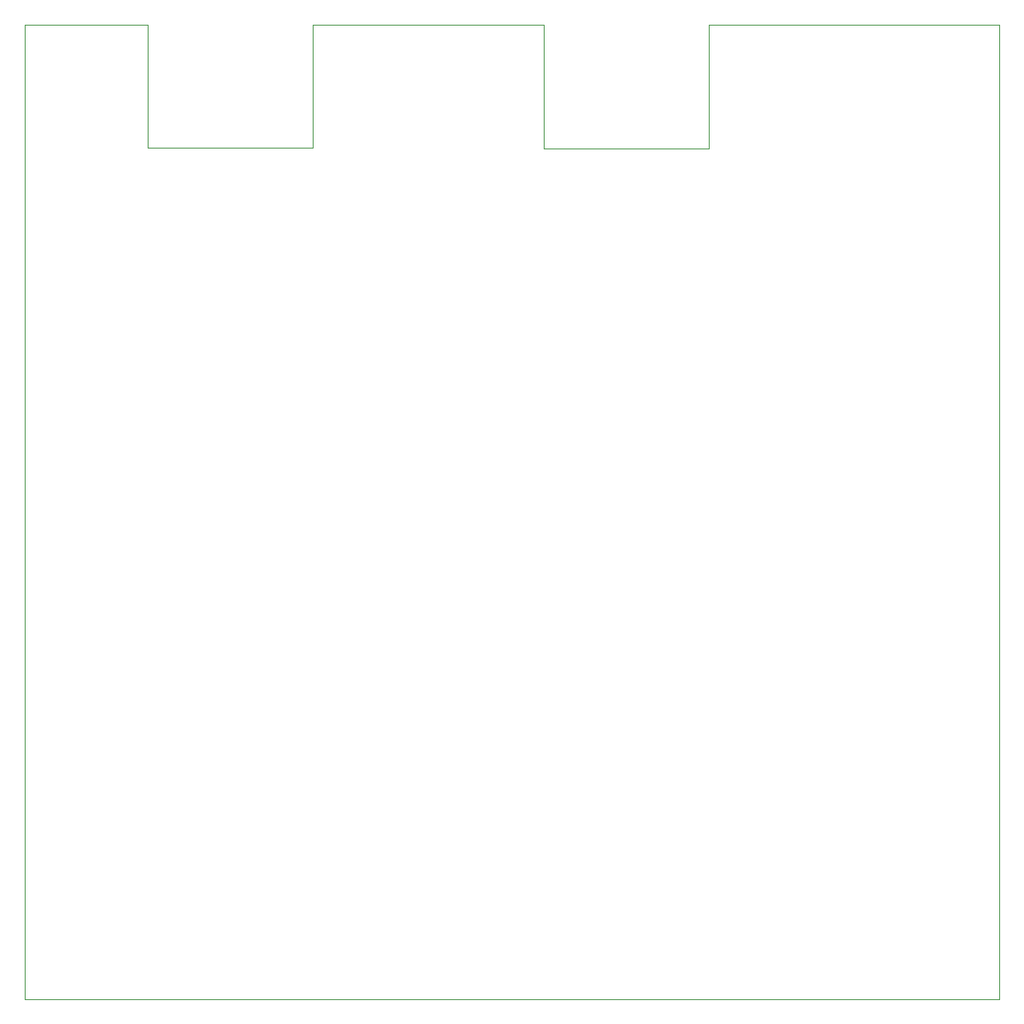
<source format=gm1>
%TF.GenerationSoftware,KiCad,Pcbnew,5.1.7-a382d34a8~88~ubuntu20.04.1*%
%TF.CreationDate,2021-05-21T21:27:29+02:00*%
%TF.ProjectId,Shield_Nucleo,53686965-6c64-45f4-9e75-636c656f2e6b,rev?*%
%TF.SameCoordinates,Original*%
%TF.FileFunction,Profile,NP*%
%FSLAX46Y46*%
G04 Gerber Fmt 4.6, Leading zero omitted, Abs format (unit mm)*
G04 Created by KiCad (PCBNEW 5.1.7-a382d34a8~88~ubuntu20.04.1) date 2021-05-21 21:27:29*
%MOMM*%
%LPD*%
G01*
G04 APERTURE LIST*
%TA.AperFunction,Profile*%
%ADD10C,0.050000*%
%TD*%
G04 APERTURE END LIST*
D10*
X68100000Y-26500000D02*
X91800000Y-26500000D01*
X108700000Y-26500000D02*
X138500000Y-26500000D01*
X108700000Y-39200000D02*
X108700000Y-26500000D01*
X91800000Y-39200000D02*
X108700000Y-39200000D01*
X91800000Y-26500000D02*
X91800000Y-39200000D01*
X68100000Y-39100000D02*
X68100000Y-26500000D01*
X51100000Y-39100000D02*
X68100000Y-39100000D01*
X51100000Y-26500000D02*
X51100000Y-39100000D01*
X38500000Y-26500000D02*
X51100000Y-26500000D01*
X38500000Y-126500000D02*
X138500000Y-126500000D01*
X138500000Y-126500000D02*
X138500000Y-26500000D01*
X38500000Y-26500000D02*
X38500000Y-126500000D01*
M02*

</source>
